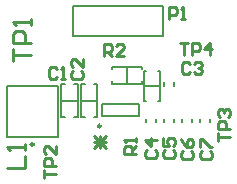
<source format=gbr>
%TF.GenerationSoftware,Altium Limited,Altium Designer,22.7.1 (60)*%
G04 Layer_Color=65535*
%FSLAX45Y45*%
%MOMM*%
%TF.SameCoordinates,68DCCB5C-BDD4-49BB-AA05-A609E45632DA*%
%TF.FilePolarity,Positive*%
%TF.FileFunction,Legend,Top*%
%TF.Part,Single*%
G01*
G75*
%TA.AperFunction,NonConductor*%
%ADD27C,0.25000*%
%ADD28C,0.20000*%
%ADD29C,0.15000*%
%ADD30C,0.25400*%
D27*
X14005701Y3418500D02*
G03*
X14005701Y3418500I-12500J0D01*
G01*
X13436400Y3263300D02*
G03*
X13436400Y3263300I-12500J0D01*
G01*
D28*
X14018201Y3506000D02*
Y3606000D01*
X14328200Y3506000D02*
Y3606000D01*
X14018201Y3506000D02*
X14328200D01*
X14018201Y3606000D02*
X14328200D01*
X14926900Y3452100D02*
Y3482100D01*
X14841901Y3452100D02*
Y3482100D01*
X14542180Y3759440D02*
Y3789440D01*
X14627180Y3759440D02*
Y3789440D01*
X14622099Y3452100D02*
Y3482100D01*
X14537100Y3452100D02*
Y3482100D01*
X14774500Y3452100D02*
Y3482100D01*
X14689500Y3452100D02*
Y3482100D01*
X14469701Y3452100D02*
Y3482100D01*
X14384700Y3452100D02*
Y3482100D01*
X13766800Y4185920D02*
X14528799D01*
Y4439920D01*
X13766800D02*
X14528799D01*
X13766800Y4185920D02*
Y4439920D01*
X13208900Y3328300D02*
X13638901D01*
Y3758300D01*
X13208900D02*
X13638901D01*
X13208900Y3328300D02*
Y3758300D01*
D29*
X14369901Y3759200D02*
X14509900D01*
X14490700Y3886200D02*
X14509900D01*
Y3632200D02*
Y3886200D01*
X14490700Y3632200D02*
X14509900D01*
X14369901D02*
X14389101D01*
X14369901D02*
Y3886200D01*
X14389101D01*
X13836501Y3772200D02*
X13866499D01*
X13836501Y3492200D02*
Y3772200D01*
Y3492200D02*
X13866499D01*
X13946500D02*
X13976500D01*
Y3772200D01*
X13946500D02*
X13976500D01*
X13836501Y3632200D02*
X13976500D01*
X13671400Y3772200D02*
X13701401D01*
X13671400Y3492200D02*
Y3772200D01*
Y3492200D02*
X13701401D01*
X13781400D02*
X13811400D01*
Y3772200D01*
X13781400D02*
X13811400D01*
X13671400Y3632200D02*
X13811400D01*
X14222501Y3778100D02*
Y3918100D01*
X14095500Y3898900D02*
Y3918100D01*
X14349500D01*
Y3898900D02*
Y3918100D01*
Y3778100D02*
Y3797300D01*
X14095500Y3778100D02*
X14349500D01*
X14095500D02*
Y3797300D01*
D30*
X13944617Y3337543D02*
X14046184Y3235977D01*
X13944617D02*
X14046184Y3337543D01*
X13944617Y3286760D02*
X14046184D01*
X13995399Y3235977D02*
Y3337543D01*
X14860704Y3208872D02*
X14843776Y3191944D01*
Y3158089D01*
X14860704Y3141161D01*
X14928416D01*
X14945343Y3158089D01*
Y3191944D01*
X14928416Y3208872D01*
X14843776Y3242728D02*
Y3310439D01*
X14860704D01*
X14928416Y3242728D01*
X14945343D01*
X13522977Y2978617D02*
Y3046328D01*
Y3012473D01*
X13624544D01*
Y3080184D02*
X13522977D01*
Y3130968D01*
X13539903Y3147896D01*
X13573759D01*
X13590688Y3130968D01*
Y3080184D01*
X13624544Y3249463D02*
Y3181752D01*
X13556831Y3249463D01*
X13539903D01*
X13522977Y3232535D01*
Y3198679D01*
X13539903Y3181752D01*
X14755711Y3945456D02*
X14738783Y3962384D01*
X14704929D01*
X14688000Y3945456D01*
Y3877744D01*
X14704929Y3860817D01*
X14738783D01*
X14755711Y3877744D01*
X14789568Y3945456D02*
X14806496Y3962384D01*
X14840352D01*
X14857278Y3945456D01*
Y3928528D01*
X14840352Y3911600D01*
X14823424D01*
X14840352D01*
X14857278Y3894672D01*
Y3877744D01*
X14840352Y3860817D01*
X14806496D01*
X14789568Y3877744D01*
X14305263Y3183489D02*
X14203696D01*
Y3234272D01*
X14220624Y3251200D01*
X14254480D01*
X14271408Y3234272D01*
Y3183489D01*
Y3217344D02*
X14305263Y3251200D01*
Y3285056D02*
Y3318912D01*
Y3301984D01*
X14203696D01*
X14220624Y3285056D01*
X14550824Y3213952D02*
X14533896Y3197024D01*
Y3163169D01*
X14550824Y3146241D01*
X14618536D01*
X14635463Y3163169D01*
Y3197024D01*
X14618536Y3213952D01*
X14533896Y3315519D02*
Y3247808D01*
X14584680D01*
X14567752Y3281664D01*
Y3298592D01*
X14584680Y3315519D01*
X14618536D01*
X14635463Y3298592D01*
Y3264736D01*
X14618536Y3247808D01*
X14703224Y3208872D02*
X14686296Y3191944D01*
Y3158089D01*
X14703224Y3141161D01*
X14770937D01*
X14787863Y3158089D01*
Y3191944D01*
X14770937Y3208872D01*
X14686296Y3310439D02*
X14703224Y3276584D01*
X14737080Y3242728D01*
X14770937D01*
X14787863Y3259656D01*
Y3293512D01*
X14770937Y3310439D01*
X14754008D01*
X14737080Y3293512D01*
Y3242728D01*
X14393344Y3219032D02*
X14376416Y3202104D01*
Y3168249D01*
X14393344Y3151321D01*
X14461057D01*
X14477983Y3168249D01*
Y3202104D01*
X14461057Y3219032D01*
X14477983Y3303672D02*
X14376416D01*
X14427200Y3252888D01*
Y3320599D01*
X13768504Y3889592D02*
X13751576Y3872664D01*
Y3838809D01*
X13768504Y3821881D01*
X13836217D01*
X13853143Y3838809D01*
Y3872664D01*
X13836217Y3889592D01*
X13853143Y3991159D02*
Y3923448D01*
X13785432Y3991159D01*
X13768504D01*
X13751576Y3974232D01*
Y3940376D01*
X13768504Y3923448D01*
X13634720Y3904816D02*
X13617792Y3921744D01*
X13583937D01*
X13567009Y3904816D01*
Y3837104D01*
X13583937Y3820177D01*
X13617792D01*
X13634720Y3837104D01*
X13668576Y3820177D02*
X13702432D01*
X13685504D01*
Y3921744D01*
X13668576Y3904816D01*
X14032681Y4013217D02*
Y4114784D01*
X14083464D01*
X14100392Y4097856D01*
Y4064000D01*
X14083464Y4047072D01*
X14032681D01*
X14066537D02*
X14100392Y4013217D01*
X14201959D02*
X14134248D01*
X14201959Y4080928D01*
Y4097856D01*
X14185033Y4114784D01*
X14151176D01*
X14134248Y4097856D01*
X14996176Y3293577D02*
Y3361289D01*
Y3327433D01*
X15097743D01*
Y3395145D02*
X14996176D01*
Y3445928D01*
X15013104Y3462856D01*
X15046960D01*
X15063889Y3445928D01*
Y3395145D01*
X15013104Y3496712D02*
X14996176Y3513640D01*
Y3547495D01*
X15013104Y3564423D01*
X15030032D01*
X15046960Y3547495D01*
Y3530567D01*
Y3547495D01*
X15063889Y3564423D01*
X15080815D01*
X15097743Y3547495D01*
Y3513640D01*
X15080815Y3496712D01*
X14672777Y4124944D02*
X14740488D01*
X14706633D01*
Y4023377D01*
X14774344D02*
Y4124944D01*
X14825128D01*
X14842056Y4108016D01*
Y4074160D01*
X14825128Y4057232D01*
X14774344D01*
X14926695Y4023377D02*
Y4124944D01*
X14875912Y4074160D01*
X14943623D01*
X14583009Y4323097D02*
Y4424664D01*
X14633792D01*
X14650720Y4407736D01*
Y4373880D01*
X14633792Y4356952D01*
X14583009D01*
X14684576Y4323097D02*
X14718433D01*
X14701505D01*
Y4424664D01*
X14684576Y4407736D01*
X13263905Y3967538D02*
Y4069105D01*
Y4018321D01*
X13416255D01*
Y4119888D02*
X13263905D01*
Y4196064D01*
X13289297Y4221456D01*
X13340080D01*
X13365472Y4196064D01*
Y4119888D01*
X13416255Y4272239D02*
Y4323023D01*
Y4297631D01*
X13263905D01*
X13289297Y4272239D01*
X13213104Y3068353D02*
X13365456D01*
Y3169920D01*
Y3220704D02*
Y3271487D01*
Y3246096D01*
X13213104D01*
X13238496Y3220704D01*
%TF.MD5,60fcc61ccb43fe478804a3c88d124fa5*%
M02*

</source>
